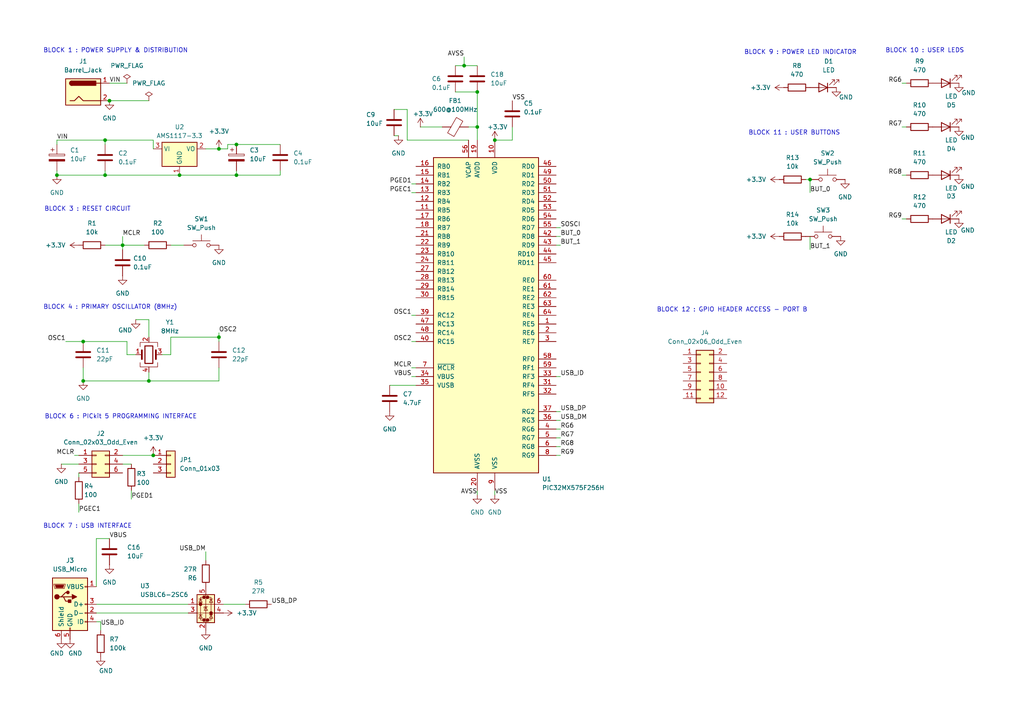
<source format=kicad_sch>
(kicad_sch (version 20250114) (generator "eeschema") (generator_version "9.0")
  (paper "A4")
  (lib_symbols
    (symbol "Connector:Barrel_Jack" (pin_names (offset 1.016))
      (property "Reference" "J" (at 0 5.334 0))
      (property "Value" "Barrel_Jack" (at 0 -5.08 0))
      (symbol "Barrel_Jack_0_1"
        (rectangle (start -5.08 3.81) (end 5.08 -3.81) (stroke (width 0.254)) (fill (type background)))
        (polyline (pts (xy -3.81 -2.54) (xy -2.54 -2.54) (xy -1.27 -1.27) (xy 0 -2.54) (xy 2.54 -2.54) (xy 5.08 -2.54)) (stroke (width 0.254)))
        (arc (start -3.302 1.905) (mid -3.9343 2.54) (end -3.302 3.175) (stroke (width 0.254)))
        (arc (start -3.302 1.905) (mid -3.9343 2.54) (end -3.302 3.175) (stroke (width 0.254)) (fill (type outline)))
        (rectangle (start 3.683 3.175) (end -3.302 1.905) (stroke (width 0.254)) (fill (type outline)))
        (polyline (pts (xy 5.08 2.54) (xy 3.81 2.54)) (stroke (width 0.254)))
      )
      (symbol "Barrel_Jack_1_1"
        (pin passive line (at 7.62 2.54 180) (length 2.54) (name "~") (number "1"))
        (pin passive line (at 7.62 -2.54 180) (length 2.54) (name "~") (number "2"))
      )
    )
    (symbol "Connector:USB_B_Micro" (pin_names (offset 1.016))
      (property "Reference" "J" (at -5.08 11.43 0))
      (property "Value" "USB_B_Micro" (at -5.08 8.89 0))
      (symbol "USB_B_Micro_0_1"
        (rectangle (start -5.08 -7.62) (end 5.08 7.62) (stroke (width 0.254)) (fill (type background)))
        (polyline (pts (xy -4.699 5.842) (xy -4.699 5.588) (xy -4.445 4.826) (xy -4.445 4.572) (xy -1.651 4.572) (xy -1.651 4.826) (xy -1.397 5.588) (xy -1.397 5.842) (xy -4.699 5.842)))
        (polyline (pts (xy -4.318 5.588) (xy -1.778 5.588) (xy -2.032 4.826) (xy -4.064 4.826) (xy -4.318 5.588)) (fill (type outline)))
        (circle (center -3.81 2.159) (radius 0.635) (stroke (width 0.254)) (fill (type outline)))
        (polyline (pts (xy -3.175 2.159) (xy -2.54 2.159) (xy -1.27 3.429) (xy -0.635 3.429)) (stroke (width 0.254)))
        (polyline (pts (xy -2.54 2.159) (xy -1.905 2.159) (xy -1.27 0.889) (xy 0 0.889)) (stroke (width 0.254)))
        (polyline (pts (xy -1.905 2.159) (xy 0.635 2.159)) (stroke (width 0.254)))
        (circle (center -0.635 3.429) (radius 0.381) (stroke (width 0.254)) (fill (type outline)))
        (rectangle (start -0.127 -7.62) (end 0.127 -6.858))
        (rectangle (start 0.254 1.27) (end -0.508 0.508) (stroke (width 0.254)) (fill (type outline)))
        (polyline (pts (xy 0.635 2.794) (xy 0.635 1.524) (xy 1.905 2.159) (xy 0.635 2.794)) (stroke (width 0.254)) (fill (type outline)))
        (rectangle (start 5.08 4.953) (end 4.318 5.207))
        (rectangle (start 5.08 -0.127) (end 4.318 0.127))
        (rectangle (start 5.08 -2.667) (end 4.318 -2.413))
        (rectangle (start 5.08 -5.207) (end 4.318 -4.953))
      )
      (symbol "USB_B_Micro_1_1"
        (pin passive line (at -2.54 -10.16 90) (length 2.54) (name "Shield") (number "6"))
        (pin power_out line (at 0 -10.16 90) (length 2.54) (name "GND") (number "5"))
        (pin power_out line (at 7.62 5.08 180) (length 2.54) (name "VBUS") (number "1"))
        (pin bidirectional line (at 7.62 0 180) (length 2.54) (name "D+") (number "3"))
        (pin bidirectional line (at 7.62 -2.54 180) (length 2.54) (name "D-") (number "2"))
        (pin passive line (at 7.62 -5.08 180) (length 2.54) (name "ID") (number "4"))
      )
    )
    (symbol "Connector_Generic:Conn_01x03" (pin_names (offset 1.016) (hide yes))
      (property "Reference" "J" (at 0 5.08 0))
      (property "Value" "Conn_01x03" (at 0 -5.08 0))
      (symbol "Conn_01x03_1_1"
        (rectangle (start -1.27 3.81) (end 1.27 -3.81) (stroke (width 0.254)) (fill (type background)))
        (rectangle (start -1.27 2.667) (end 0 2.413) (stroke (width 0.1524)))
        (rectangle (start -1.27 0.127) (end 0 -0.127) (stroke (width 0.1524)))
        (rectangle (start -1.27 -2.413) (end 0 -2.667) (stroke (width 0.1524)))
        (pin passive line (at -5.08 2.54 0) (length 3.81) (name "Pin_1") (number "1"))
        (pin passive line (at -5.08 0 0) (length 3.81) (name "Pin_2") (number "2"))
        (pin passive line (at -5.08 -2.54 0) (length 3.81) (name "Pin_3") (number "3"))
      )
    )
    (symbol "Connector_Generic:Conn_02x03_Odd_Even" (pin_names (offset 1.016) (hide yes))
      (property "Reference" "J" (at 1.27 5.08 0))
      (property "Value" "Conn_02x03_Odd_Even" (at 1.27 -5.08 0))
      (symbol "Conn_02x03_Odd_Even_1_1"
        (rectangle (start -1.27 3.81) (end 3.81 -3.81) (stroke (width 0.254)) (fill (type background)))
        (rectangle (start -1.27 2.667) (end 0 2.413) (stroke (width 0.1524)))
        (rectangle (start -1.27 0.127) (end 0 -0.127) (stroke (width 0.1524)))
        (rectangle (start -1.27 -2.413) (end 0 -2.667) (stroke (width 0.1524)))
        (rectangle (start 3.81 2.667) (end 2.54 2.413) (stroke (width 0.1524)))
        (rectangle (start 3.81 0.127) (end 2.54 -0.127) (stroke (width 0.1524)))
        (rectangle (start 3.81 -2.413) (end 2.54 -2.667) (stroke (width 0.1524)))
        (pin passive line (at -5.08 2.54 0) (length 3.81) (name "Pin_1") (number "1"))
        (pin passive line (at -5.08 0 0) (length 3.81) (name "Pin_3") (number "3"))
        (pin passive line (at -5.08 -2.54 0) (length 3.81) (name "Pin_5") (number "5"))
        (pin passive line (at 7.62 2.54 180) (length 3.81) (name "Pin_2") (number "2"))
        (pin passive line (at 7.62 0 180) (length 3.81) (name "Pin_4") (number "4"))
        (pin passive line (at 7.62 -2.54 180) (length 3.81) (name "Pin_6") (number "6"))
      )
    )
    (symbol "Connector_Generic:Conn_02x06_Odd_Even" (pin_names (offset 1.016) (hide yes))
      (property "Reference" "J" (at 1.27 7.62 0))
      (property "Value" "Conn_02x06_Odd_Even" (at 1.27 -10.16 0))
      (symbol "Conn_02x06_Odd_Even_1_1"
        (rectangle (start -1.27 6.35) (end 3.81 -8.89) (stroke (width 0.254)) (fill (type background)))
        (rectangle (start -1.27 5.207) (end 0 4.953) (stroke (width 0.1524)))
        (rectangle (start -1.27 2.667) (end 0 2.413) (stroke (width 0.1524)))
        (rectangle (start -1.27 0.127) (end 0 -0.127) (stroke (width 0.1524)))
        (rectangle (start -1.27 -2.413) (end 0 -2.667) (stroke (width 0.1524)))
        (rectangle (start -1.27 -4.953) (end 0 -5.207) (stroke (width 0.1524)))
        (rectangle (start -1.27 -7.493) (end 0 -7.747) (stroke (width 0.1524)))
        (rectangle (start 3.81 5.207) (end 2.54 4.953) (stroke (width 0.1524)))
        (rectangle (start 3.81 2.667) (end 2.54 2.413) (stroke (width 0.1524)))
        (rectangle (start 3.81 0.127) (end 2.54 -0.127) (stroke (width 0.1524)))
        (rectangle (start 3.81 -2.413) (end 2.54 -2.667) (stroke (width 0.1524)))
        (rectangle (start 3.81 -4.953) (end 2.54 -5.207) (stroke (width 0.1524)))
        (rectangle (start 3.81 -7.493) (end 2.54 -7.747) (stroke (width 0.1524)))
        (pin passive line (at -5.08 5.08 0) (length 3.81) (name "Pin_1") (number "1"))
        (pin passive line (at -5.08 2.54 0) (length 3.81) (name "Pin_3") (number "3"))
        (pin passive line (at -5.08 0 0) (length 3.81) (name "Pin_5") (number "5"))
        (pin passive line (at -5.08 -2.54 0) (length 3.81) (name "Pin_7") (number "7"))
        (pin passive line (at -5.08 -5.08 0) (length 3.81) (name "Pin_9") (number "9"))
        (pin passive line (at -5.08 -7.62 0) (length 3.81) (name "Pin_11") (number "11"))
        (pin passive line (at 7.62 5.08 180) (length 3.81) (name "Pin_2") (number "2"))
        (pin passive line (at 7.62 2.54 180) (length 3.81) (name "Pin_4") (number "4"))
        (pin passive line (at 7.62 0 180) (length 3.81) (name "Pin_6") (number "6"))
        (pin passive line (at 7.62 -2.54 180) (length 3.81) (name "Pin_8") (number "8"))
        (pin passive line (at 7.62 -5.08 180) (length 3.81) (name "Pin_10") (number "10"))
        (pin passive line (at 7.62 -7.62 180) (length 3.81) (name "Pin_12") (number "12"))
      )
    )
    (symbol "Device:C" (pin_numbers (hide yes)) (pin_names (offset 0.254))
      (property "Reference" "C" (at 0.635 2.54 0))
      (property "Value" "C" (at 0.635 -2.54 0))
      (symbol "C_0_1"
        (polyline (pts (xy -2.032 0.762) (xy 2.032 0.762)) (stroke (width 0.508)))
        (polyline (pts (xy -2.032 -0.762) (xy 2.032 -0.762)) (stroke (width 0.508)))
      )
      (symbol "C_1_1"
        (pin passive line (at 0 3.81 270) (length 2.794) (name "~") (number "1"))
        (pin passive line (at 0 -3.81 90) (length 2.794) (name "~") (number "2"))
      )
    )
    (symbol "Device:C_Polarized" (pin_numbers (hide yes)) (pin_names (offset 0.254))
      (property "Reference" "C" (at 0.635 2.54 0))
      (property "Value" "C_Polarized" (at 0.635 -2.54 0))
      (symbol "C_Polarized_0_1"
        (rectangle (start -2.286 0.508) (end 2.286 1.016))
        (polyline (pts (xy -1.778 2.286) (xy -0.762 2.286)))
        (polyline (pts (xy -1.27 2.794) (xy -1.27 1.778)))
        (rectangle (start 2.286 -0.508) (end -2.286 -1.016) (fill (type outline)))
      )
      (symbol "C_Polarized_1_1"
        (pin passive line (at 0 3.81 270) (length 2.794) (name "~") (number "1"))
        (pin passive line (at 0 -3.81 90) (length 2.794) (name "~") (number "2"))
      )
    )
    (symbol "Device:Crystal_GND24" (pin_names (offset 1.016) (hide yes))
      (property "Reference" "Y" (at 3.175 5.08 0))
      (property "Value" "Crystal_GND24" (at 3.175 3.175 0))
      (symbol "Crystal_GND24_0_1"
        (polyline (pts (xy -2.54 2.286) (xy -2.54 3.556) (xy 2.54 3.556) (xy 2.54 2.286)))
        (polyline (pts (xy -2.54 0) (xy -2.032 0)))
        (polyline (pts (xy -2.54 -2.286) (xy -2.54 -3.556) (xy 2.54 -3.556) (xy 2.54 -2.286)))
        (polyline (pts (xy -2.032 -1.27) (xy -2.032 1.27)) (stroke (width 0.508)))
        (rectangle (start -1.143 2.54) (end 1.143 -2.54) (stroke (width 0.3048)))
        (polyline (pts (xy 0 3.556) (xy 0 3.81)))
        (polyline (pts (xy 0 -3.81) (xy 0 -3.556)))
        (polyline (pts (xy 2.032 0) (xy 2.54 0)))
        (polyline (pts (xy 2.032 -1.27) (xy 2.032 1.27)) (stroke (width 0.508)))
      )
      (symbol "Crystal_GND24_1_1"
        (pin passive line (at -3.81 0 0) (length 1.27) (name "1") (number "1"))
        (pin passive line (at 0 5.08 270) (length 1.27) (name "2") (number "2"))
        (pin passive line (at 0 -5.08 90) (length 1.27) (name "4") (number "4"))
        (pin passive line (at 3.81 0 180) (length 1.27) (name "3") (number "3"))
      )
    )
    (symbol "Device:FerriteBead" (pin_numbers (hide yes)) (pin_names (offset 0))
      (property "Reference" "FB" (at -3.81 0.635 90))
      (property "Value" "FerriteBead" (at 3.81 0 90))
      (symbol "FerriteBead_0_1"
        (polyline (pts (xy -2.7686 0.4064) (xy -1.7018 2.2606) (xy 2.7686 -0.3048) (xy 1.6764 -2.159) (xy -2.7686 0.4064)))
        (polyline (pts (xy 0 1.27) (xy 0 1.2954)))
        (polyline (pts (xy 0 -1.27) (xy 0 -1.2192)))
      )
      (symbol "FerriteBead_1_1"
        (pin passive line (at 0 3.81 270) (length 2.54) (name "~") (number "1"))
        (pin passive line (at 0 -3.81 90) (length 2.54) (name "~") (number "2"))
      )
    )
    (symbol "Device:LED" (pin_numbers (hide yes)) (pin_names (offset 1.016) (hide yes))
      (property "Reference" "D" (at 0 2.54 0))
      (property "Value" "LED" (at 0 -2.54 0))
      (symbol "LED_0_1"
        (polyline (pts (xy -3.048 -0.762) (xy -4.572 -2.286) (xy -3.81 -2.286) (xy -4.572 -2.286) (xy -4.572 -1.524)))
        (polyline (pts (xy -1.778 -0.762) (xy -3.302 -2.286) (xy -2.54 -2.286) (xy -3.302 -2.286) (xy -3.302 -1.524)))
        (polyline (pts (xy -1.27 0) (xy 1.27 0)))
        (polyline (pts (xy -1.27 -1.27) (xy -1.27 1.27)) (stroke (width 0.254)))
        (polyline (pts (xy 1.27 -1.27) (xy 1.27 1.27) (xy -1.27 0) (xy 1.27 -1.27)) (stroke (width 0.254)))
      )
      (symbol "LED_1_1"
        (pin passive line (at -3.81 0 0) (length 2.54) (name "K") (number "1"))
        (pin passive line (at 3.81 0 180) (length 2.54) (name "A") (number "2"))
      )
    )
    (symbol "Device:R" (pin_numbers (hide yes)) (pin_names (offset 0))
      (property "Reference" "R" (at 2.032 0 90))
      (property "Value" "R" (at 0 0 90))
      (symbol "R_0_1"
        (rectangle (start -1.016 -2.54) (end 1.016 2.54) (stroke (width 0.254)))
      )
      (symbol "R_1_1"
        (pin passive line (at 0 3.81 270) (length 1.27) (name "~") (number "1"))
        (pin passive line (at 0 -3.81 90) (length 1.27) (name "~") (number "2"))
      )
    )
    (symbol "MCU_Microchip_PIC32:PIC32MX575F256H" (pin_names (offset 1.016))
      (property "Reference" "U" (at 6.35 50.8 0))
      (property "Value" "PIC32MX575F256H" (at 21.59 48.26 0))
      (symbol "PIC32MX575F256H_0_1"
        (rectangle (start -15.24 45.72) (end 15.24 -45.72) (stroke (width 0.254)) (fill (type background)))
      )
      (symbol "PIC32MX575F256H_1_1"
        (pin bidirectional line (at -20.32 43.18 0) (length 5.08) (name "RB0") (number "16"))
        (pin bidirectional line (at -20.32 40.64 0) (length 5.08) (name "RB1") (number "15"))
        (pin bidirectional line (at -20.32 38.1 0) (length 5.08) (name "RB2") (number "14"))
        (pin bidirectional line (at -20.32 35.56 0) (length 5.08) (name "RB3") (number "13"))
        (pin bidirectional line (at -20.32 33.02 0) (length 5.08) (name "RB4") (number "12"))
        (pin bidirectional line (at -20.32 30.48 0) (length 5.08) (name "RB5") (number "11"))
        (pin bidirectional line (at -20.32 27.94 0) (length 5.08) (name "RB6") (number "17"))
        (pin bidirectional line (at -20.32 25.4 0) (length 5.08) (name "RB7") (number "18"))
        (pin bidirectional line (at -20.32 22.86 0) (length 5.08) (name "RB8") (number "21"))
        (pin bidirectional line (at -20.32 20.32 0) (length 5.08) (name "RB9") (number "22"))
        (pin bidirectional line (at -20.32 17.78 0) (length 5.08) (name "RB10") (number "23"))
        (pin bidirectional line (at -20.32 15.24 0) (length 5.08) (name "RB11") (number "24"))
        (pin bidirectional line (at -20.32 12.7 0) (length 5.08) (name "RB12") (number "27"))
        (pin bidirectional line (at -20.32 10.16 0) (length 5.08) (name "RB13") (number "28"))
        (pin bidirectional line (at -20.32 7.62 0) (length 5.08) (name "RB14") (number "29"))
        (pin bidirectional line (at -20.32 5.08 0) (length 5.08) (name "RB15") (number "30"))
        (pin bidirectional line (at -20.32 0 0) (length 5.08) (name "RC12") (number "39"))
        (pin bidirectional line (at -20.32 -2.54 0) (length 5.08) (name "RC13") (number "47"))
        (pin bidirectional line (at -20.32 -5.08 0) (length 5.08) (name "RC14") (number "48"))
        (pin bidirectional line (at -20.32 -7.62 0) (length 5.08) (name "RC15") (number "40"))
        (pin input line (at -20.32 -15.24 0) (length 5.08) (name "~{MCLR}") (number "7"))
        (pin input line (at -20.32 -17.78 0) (length 5.08) (name "VBUS") (number "34"))
        (pin power_in line (at -20.32 -20.32 0) (length 5.08) (name "VUSB") (number "35"))
        (pin power_out line (at -5.08 50.8 270) (length 5.08) (name "VCAP") (number "56"))
        (pin power_in line (at -2.54 50.8 270) (length 5.08) (name "AVDD") (number "19"))
        (pin power_in line (at -2.54 -50.8 90) (length 5.08) (name "AVSS") (number "20"))
        (pin power_in line (at 2.54 50.8 270) (length 5.08) (name "VDD") (number "10"))
        (pin passive line (at 2.54 50.8 270) (length 5.08) (hide yes) (name "VDD") (number "26"))
        (pin passive line (at 2.54 50.8 270) (length 5.08) (hide yes) (name "VDD") (number "38"))
        (pin passive line (at 2.54 50.8 270) (length 5.08) (hide yes) (name "VDD") (number "57"))
        (pin passive line (at 2.54 -50.8 90) (length 5.08) (hide yes) (name "VSS") (number "25"))
        (pin passive line (at 2.54 -50.8 90) (length 5.08) (hide yes) (name "VSS") (number "41"))
        (pin power_in line (at 2.54 -50.8 90) (length 5.08) (name "VSS") (number "9"))
        (pin bidirectional line (at 20.32 43.18 180) (length 5.08) (name "RD0") (number "46"))
        (pin bidirectional line (at 20.32 40.64 180) (length 5.08) (name "RD1") (number "49"))
        (pin bidirectional line (at 20.32 38.1 180) (length 5.08) (name "RD2") (number "50"))
        (pin bidirectional line (at 20.32 35.56 180) (length 5.08) (name "RD3") (number "51"))
        (pin bidirectional line (at 20.32 33.02 180) (length 5.08) (name "RD4") (number "52"))
        (pin bidirectional line (at 20.32 30.48 180) (length 5.08) (name "RD5") (number "53"))
        (pin bidirectional line (at 20.32 27.94 180) (length 5.08) (name "RD6") (number "54"))
        (pin bidirectional line (at 20.32 25.4 180) (length 5.08) (name "RD7") (number "55"))
        (pin bidirectional line (at 20.32 22.86 180) (length 5.08) (name "RD8") (number "42"))
        (pin bidirectional line (at 20.32 20.32 180) (length 5.08) (name "RD9") (number "43"))
        (pin bidirectional line (at 20.32 17.78 180) (length 5.08) (name "RD10") (number "44"))
        (pin bidirectional line (at 20.32 15.24 180) (length 5.08) (name "RD11") (number "45"))
        (pin bidirectional line (at 20.32 10.16 180) (length 5.08) (name "RE0") (number "60"))
        (pin bidirectional line (at 20.32 7.62 180) (length 5.08) (name "RE1") (number "61"))
        (pin bidirectional line (at 20.32 5.08 180) (length 5.08) (name "RE2") (number "62"))
        (pin bidirectional line (at 20.32 2.54 180) (length 5.08) (name "RE3") (number "63"))
        (pin bidirectional line (at 20.32 0 180) (length 5.08) (name "RE4") (number "64"))
        (pin bidirectional line (at 20.32 -2.54 180) (length 5.08) (name "RE5") (number "1"))
        (pin bidirectional line (at 20.32 -5.08 180) (length 5.08) (name "RE6") (number "2"))
        (pin bidirectional line (at 20.32 -7.62 180) (length 5.08) (name "RE7") (number "3"))
        (pin bidirectional line (at 20.32 -12.7 180) (length 5.08) (name "RF0") (number "58"))
        (pin bidirectional line (at 20.32 -15.24 180) (length 5.08) (name "RF1") (number "59"))
        (pin bidirectional line (at 20.32 -17.78 180) (length 5.08) (name "RF3") (number "33"))
        (pin bidirectional line (at 20.32 -20.32 180) (length 5.08) (name "RF4") (number "31"))
        (pin bidirectional line (at 20.32 -22.86 180) (length 5.08) (name "RF5") (number "32"))
        (pin bidirectional line (at 20.32 -27.94 180) (length 5.08) (name "RG2") (number "37"))
        (pin bidirectional line (at 20.32 -30.48 180) (length 5.08) (name "RG3") (number "36"))
        (pin bidirectional line (at 20.32 -33.02 180) (length 5.08) (name "RG6") (number "4"))
        (pin bidirectional line (at 20.32 -35.56 180) (length 5.08) (name "RG7") (number "5"))
        (pin bidirectional line (at 20.32 -38.1 180) (length 5.08) (name "RG8") (number "6"))
        (pin bidirectional line (at 20.32 -40.64 180) (length 5.08) (name "RG9") (number "8"))
      )
    )
    (symbol "Power_Protection:USBLC6-2SC6" (pin_names (hide yes))
      (property "Reference" "U" (at 0.635 5.715 0))
      (property "Value" "USBLC6-2SC6" (at 0.635 3.81 0))
      (symbol "USBLC6-2SC6_0_0"
        (circle (center -1.524 0) (radius 0.0001) (stroke (width 0.508)))
        (circle (center -0.508 2.032) (radius 0.0001) (stroke (width 0.508)))
        (circle (center -0.508 -4.572) (radius 0.0001) (stroke (width 0.508)))
        (circle (center 0.508 2.032) (radius 0.0001) (stroke (width 0.508)))
        (circle (center 0.508 -4.572) (radius 0.0001) (stroke (width 0.508)))
        (circle (center 1.524 -2.54) (radius 0.0001) (stroke (width 0.508)))
      )
      (symbol "USBLC6-2SC6_0_1"
        (polyline (pts (xy -2.54 0) (xy 2.54 0)))
        (polyline (pts (xy -2.54 -2.54) (xy 2.54 -2.54)))
        (polyline (pts (xy -2.032 0.508) (xy -1.016 0.508) (xy -1.524 1.524) (xy -2.032 0.508)))
        (polyline (pts (xy -2.032 -3.048) (xy -1.016 -3.048)))
        (polyline (pts (xy -1.016 1.524) (xy -2.032 1.524)))
        (polyline (pts (xy -1.016 -4.064) (xy -2.032 -4.064) (xy -1.524 -3.048) (xy -1.016 -4.064)))
        (polyline (pts (xy -0.508 -1.143) (xy -0.508 -0.762) (xy 0.508 -0.762)))
        (polyline (pts (xy 0 2.54) (xy -0.508 2.032) (xy 0.508 2.032) (xy 0 1.524) (xy 0 -4.064) (xy -0.508 -4.572) (xy 0.508 -4.572) (xy 0 -5.08)))
        (polyline (pts (xy 0.508 -1.778) (xy -0.508 -1.778) (xy 0 -0.762) (xy 0.508 -1.778)))
        (polyline (pts (xy 1.016 1.524) (xy 2.032 1.524)))
        (polyline (pts (xy 1.016 -3.048) (xy 2.032 -3.048)))
        (polyline (pts (xy 2.032 0.508) (xy 1.016 0.508) (xy 1.524 1.524) (xy 2.032 0.508)))
        (polyline (pts (xy 2.032 -4.064) (xy 1.016 -4.064) (xy 1.524 -3.048) (xy 2.032 -4.064)))
      )
      (symbol "USBLC6-2SC6_1_1"
        (rectangle (start -2.54 2.794) (end 2.54 -5.334) (stroke (width 0.254)) (fill (type background)))
        (polyline (pts (xy -0.508 2.032) (xy -1.524 2.032) (xy -1.524 -4.572) (xy -0.508 -4.572)))
        (polyline (pts (xy 0.508 -4.572) (xy 1.524 -4.572) (xy 1.524 2.032) (xy 0.508 2.032)))
        (pin passive line (at -5.08 0 0) (length 2.54) (name "I/O1") (number "1"))
        (pin passive line (at -5.08 -2.54 0) (length 2.54) (name "I/O2") (number "3"))
        (pin passive line (at 0 5.08 270) (length 2.54) (name "VBUS") (number "5"))
        (pin passive line (at 0 -7.62 90) (length 2.54) (name "GND") (number "2"))
        (pin passive line (at 5.08 0 180) (length 2.54) (name "I/O1") (number "6"))
        (pin passive line (at 5.08 -2.54 180) (length 2.54) (name "I/O2") (number "4"))
      )
    )
    (symbol "Regulator_Linear:AMS1117-3.3"
      (property "Reference" "U" (at -3.81 3.175 0))
      (property "Value" "AMS1117-3.3" (at 0 3.175 0))
      (symbol "AMS1117-3.3_0_1"
        (rectangle (start -5.08 -5.08) (end 5.08 1.905) (stroke (width 0.254)) (fill (type background)))
      )
      (symbol "AMS1117-3.3_1_1"
        (pin power_in line (at -7.62 0 0) (length 2.54) (name "VI") (number "3"))
        (pin power_in line (at 0 -7.62 90) (length 2.54) (name "GND") (number "1"))
        (pin power_out line (at 7.62 0 180) (length 2.54) (name "VO") (number "2"))
      )
    )
    (symbol "Switch:SW_Push" (pin_numbers (hide yes)) (pin_names (offset 1.016) (hide yes))
      (property "Reference" "SW" (at 1.27 2.54 0))
      (property "Value" "SW_Push" (at 0 -1.524 0))
      (symbol "SW_Push_0_1"
        (circle (center -2.032 0) (radius 0.508))
        (polyline (pts (xy 0 1.27) (xy 0 3.048)))
        (circle (center 2.032 0) (radius 0.508))
        (polyline (pts (xy 2.54 1.27) (xy -2.54 1.27)))
        (pin passive line (at -5.08 0 0) (length 2.54) (name "1") (number "1"))
        (pin passive line (at 5.08 0 180) (length 2.54) (name "2") (number "2"))
      )
    )
    (symbol "power:+3.3V" (power) (pin_numbers (hide yes)) (pin_names (offset 0) (hide yes))
      (property "Value" "+3.3V" (at 0 3.556 0))
      (symbol "+3.3V_0_1"
        (polyline (pts (xy -0.762 1.27) (xy 0 2.54)))
        (polyline (pts (xy 0 2.54) (xy 0.762 1.27)))
        (polyline (pts (xy 0 0) (xy 0 2.54)))
      )
      (symbol "+3.3V_1_1"
        (pin power_in line (at 0 0 90) (length 0) (name "~") (number "1"))
      )
    )
    (symbol "power:GND" (power) (pin_numbers (hide yes)) (pin_names (offset 0) (hide yes))
      (property "Value" "GND" (at 0 -3.81 0))
      (symbol "GND_0_1"
        (polyline (pts (xy 0 0) (xy 0 -1.27) (xy 1.27 -1.27) (xy 0 -2.54) (xy -1.27 -1.27) (xy 0 -1.27)))
      )
      (symbol "GND_1_1"
        (pin power_in line (at 0 0 270) (length 0) (name "~") (number "1"))
      )
    )
    (symbol "power:PWR_FLAG" (power) (pin_numbers (hide yes)) (pin_names (offset 0) (hide yes))
      (property "Value" "PWR_FLAG" (at 0 3.81 0))
      (symbol "PWR_FLAG_0_0"
        (pin power_out line (at 0 0 90) (length 0) (name "~") (number "1"))
      )
      (symbol "PWR_FLAG_0_1"
        (polyline (pts (xy 0 0) (xy 0 1.27) (xy -1.016 1.905) (xy 0 2.54) (xy 1.016 1.905) (xy 0 1.27)))
      )
    )
  )
  (text "BLOCK 1 : POWER SUPPLY & DISTRIBUTION" (at 33.528 14.732 0) (effects (font (size 1.27 1.27))))
  (text "BLOCK 10 : USER LEDS" (at 268.224 14.732 0) (effects (font (size 1.27 1.27))))
  (text "BLOCK 6 : PICkit 5 PROGRAMMING INTERFACE" (at 35.052 120.904 0) (effects (font (size 1.27 1.27))))
  (text "BLOCK 9 : POWER LED INDICATOR" (at 232.156 15.24 0) (effects (font (size 1.27 1.27))))
  (text "BLOCK 3 : RESET CIRCUIT" (at 25.4 60.706 0) (effects (font (size 1.27 1.27))))
  (text "BLOCK 11 : USER BUTTONS\n" (at 230.378 38.608 0) (effects (font (size 1.27 1.27))))
  (text "BLOCK 4 : PRIMARY OSCILLATOR (8MHz)" (at 32.004 89.154 0) (effects (font (size 1.27 1.27))))
  (text "BLOCK 12 : GPIO HEADER ACCESS - PORT B" (at 212.344 89.916 0) (effects (font (size 1.27 1.27))))
  (text "BLOCK 7 : USB INTERFACE" (at 25.4 152.654 0) (effects (font (size 1.27 1.27))))
  (junction (at 44.45 132.08))
  (junction (at 16.51 50.8))
  (junction (at 31.75 29.21))
  (junction (at 63.5 97.79))
  (junction (at 63.5 43.18))
  (junction (at 35.56 71.12))
  (junction (at 134.62 19.05))
  (junction (at 68.58 41.91))
  (junction (at 143.51 40.64))
  (junction (at 30.48 40.64))
  (junction (at 24.13 110.49))
  (junction (at 138.43 36.83))
  (junction (at 68.58 50.8))
  (junction (at 30.48 50.8))
  (junction (at 43.18 110.49))
  (junction (at 24.13 99.06))
  (junction (at 234.95 52.07))
  (junction (at 52.07 50.8))
  (junction (at 138.43 26.67))
  (wire (pts (xy 119.38 109.22) (xy 120.65 109.22)))
  (wire (pts (xy 49.53 102.87) (xy 46.99 102.87)))
  (wire (pts (xy 59.69 43.18) (xy 63.5 43.18)))
  (wire (pts (xy 30.48 71.12) (xy 35.56 71.12)))
  (wire (pts (xy 135.89 36.83) (xy 138.43 36.83)))
  (wire (pts (xy 27.94 156.21) (xy 27.94 170.18)))
  (wire (pts (xy 39.37 92.71) (xy 43.18 92.71)))
  (wire (pts (xy 114.3 39.37) (xy 115.57 39.37)))
  (wire (pts (xy 121.92 36.83) (xy 128.27 36.83)))
  (wire (pts (xy 19.05 99.06) (xy 24.13 99.06)))
  (wire (pts (xy 24.13 110.49) (xy 43.18 110.49)))
  (wire (pts (xy 22.86 146.05) (xy 22.86 148.59)))
  (wire (pts (xy 21.59 132.08) (xy 22.86 132.08)))
  (wire (pts (xy 66.04 41.91) (xy 66.04 43.18)))
  (wire (pts (xy 27.94 175.26) (xy 54.61 175.26)))
  (wire (pts (xy 22.86 137.16) (xy 22.86 138.43)))
  (wire (pts (xy 66.04 43.18) (xy 63.5 43.18)))
  (wire (pts (xy 119.38 99.06) (xy 120.65 99.06)))
  (wire (pts (xy 35.56 68.58) (xy 35.56 71.12)))
  (wire (pts (xy 43.18 92.71) (xy 43.18 97.79)))
  (wire (pts (xy 30.48 40.64) (xy 30.48 41.91)))
  (wire (pts (xy 138.43 36.83) (xy 138.43 40.64)))
  (wire (pts (xy 27.94 177.8) (xy 54.61 177.8)))
  (wire (pts (xy 17.78 134.62) (xy 22.86 134.62)))
  (wire (pts (xy 135.89 40.64) (xy 118.11 40.64)))
  (wire (pts (xy 143.51 40.64) (xy 148.59 40.64)))
  (wire (pts (xy 119.38 91.44) (xy 120.65 91.44)))
  (wire (pts (xy 113.03 111.76) (xy 120.65 111.76)))
  (wire (pts (xy 118.11 40.64) (xy 118.11 31.75)))
  (wire (pts (xy 161.29 66.04) (xy 162.56 66.04)))
  (wire (pts (xy 68.58 49.53) (xy 68.58 50.8)))
  (wire (pts (xy 161.29 121.92) (xy 162.56 121.92)))
  (wire (pts (xy 27.94 156.21) (xy 31.75 156.21)))
  (wire (pts (xy 162.56 68.58) (xy 161.29 68.58)))
  (wire (pts (xy 16.51 40.64) (xy 30.48 40.64)))
  (wire (pts (xy 30.48 50.8) (xy 30.48 49.53)))
  (wire (pts (xy 161.29 109.22) (xy 162.56 109.22)))
  (wire (pts (xy 261.62 50.8) (xy 262.89 50.8)))
  (wire (pts (xy 261.62 63.5) (xy 262.89 63.5)))
  (wire (pts (xy 63.5 97.79) (xy 63.5 99.06)))
  (wire (pts (xy 234.95 52.07) (xy 233.68 52.07)))
  (wire (pts (xy 138.43 26.67) (xy 132.08 26.67)))
  (wire (pts (xy 49.53 97.79) (xy 63.5 97.79)))
  (wire (pts (xy 16.51 50.8) (xy 30.48 50.8)))
  (wire (pts (xy 36.83 99.06) (xy 24.13 99.06)))
  (wire (pts (xy 134.62 19.05) (xy 138.43 19.05)))
  (wire (pts (xy 234.95 55.88) (xy 234.95 52.07)))
  (wire (pts (xy 161.29 119.38) (xy 162.56 119.38)))
  (wire (pts (xy 81.28 49.53) (xy 81.28 50.8)))
  (wire (pts (xy 43.18 107.95) (xy 43.18 110.49)))
  (wire (pts (xy 52.07 50.8) (xy 68.58 50.8)))
  (wire (pts (xy 162.56 129.54) (xy 161.29 129.54)))
  (wire (pts (xy 148.59 36.83) (xy 148.59 40.64)))
  (wire (pts (xy 43.18 110.49) (xy 63.5 110.49)))
  (wire (pts (xy 68.58 41.91) (xy 66.04 41.91)))
  (wire (pts (xy 119.38 53.34) (xy 120.65 53.34)))
  (wire (pts (xy 35.56 134.62) (xy 38.1 134.62)))
  (wire (pts (xy 143.51 143.51) (xy 143.51 142.24)))
  (wire (pts (xy 49.53 97.79) (xy 49.53 102.87)))
  (wire (pts (xy 39.37 102.87) (xy 36.83 102.87)))
  (wire (pts (xy 63.5 97.79) (xy 63.5 96.52)))
  (wire (pts (xy 261.62 36.83) (xy 262.89 36.83)))
  (wire (pts (xy 132.08 19.05) (xy 134.62 19.05)))
  (wire (pts (xy 63.5 110.49) (xy 63.5 106.68)))
  (wire (pts (xy 29.21 180.34) (xy 27.94 180.34)))
  (wire (pts (xy 31.75 29.21) (xy 43.18 29.21)))
  (wire (pts (xy 162.56 127) (xy 161.29 127)))
  (wire (pts (xy 30.48 40.64) (xy 44.45 40.64)))
  (wire (pts (xy 38.1 142.24) (xy 38.1 144.78)))
  (wire (pts (xy 36.83 102.87) (xy 36.83 99.06)))
  (wire (pts (xy 119.38 106.68) (xy 120.65 106.68)))
  (wire (pts (xy 162.56 124.46) (xy 161.29 124.46)))
  (wire (pts (xy 31.75 24.13) (xy 36.83 24.13)))
  (wire (pts (xy 16.51 49.53) (xy 16.51 50.8)))
  (wire (pts (xy 118.11 31.75) (xy 114.3 31.75)))
  (wire (pts (xy 138.43 142.24) (xy 138.43 143.51)))
  (wire (pts (xy 49.53 71.12) (xy 53.34 71.12)))
  (wire (pts (xy 162.56 132.08) (xy 161.29 132.08)))
  (wire (pts (xy 64.77 175.26) (xy 71.12 175.26)))
  (wire (pts (xy 134.62 16.51) (xy 134.62 19.05)))
  (wire (pts (xy 29.21 180.34) (xy 29.21 182.88)))
  (wire (pts (xy 68.58 50.8) (xy 81.28 50.8)))
  (wire (pts (xy 234.95 68.58) (xy 234.95 72.39)))
  (wire (pts (xy 59.69 162.56) (xy 59.69 160.02)))
  (wire (pts (xy 119.38 55.88) (xy 120.65 55.88)))
  (wire (pts (xy 35.56 132.08) (xy 44.45 132.08)))
  (wire (pts (xy 261.62 24.13) (xy 262.89 24.13)))
  (wire (pts (xy 16.51 41.91) (xy 16.51 40.64)))
  (wire (pts (xy 162.56 71.12) (xy 161.29 71.12)))
  (wire (pts (xy 41.91 71.12) (xy 35.56 71.12)))
  (wire (pts (xy 44.45 43.18) (xy 44.45 40.64)))
  (wire (pts (xy 68.58 41.91) (xy 81.28 41.91)))
  (wire (pts (xy 24.13 106.68) (xy 24.13 110.49)))
  (wire (pts (xy 138.43 26.67) (xy 138.43 36.83)))
  (wire (pts (xy 35.56 72.39) (xy 35.56 71.12)))
  (wire (pts (xy 52.07 50.8) (xy 30.48 50.8)))
  (label "RG8" (at 162.56 129.54 0))
  (label "RG6" (at 162.56 124.46 0))
  (label "RG8" (at 261.62 50.8 180))
  (label "MCLR" (at 119.38 106.68 180))
  (label "OSC1" (at 19.05 99.06 180))
  (label "VBUS" (at 31.75 156.21 0))
  (label "RG7" (at 162.56 127 0))
  (label "VSS" (at 143.51 143.51 0))
  (label "VSS" (at 148.59 29.21 0))
  (label "PGEC1" (at 119.38 55.88 180))
  (label "USB_ID" (at 29.21 181.61 0))
  (label "USB_ID" (at 162.56 109.22 0))
  (label "OSC2" (at 119.38 99.06 180))
  (label "RG7" (at 261.62 36.83 180))
  (label "OSC1" (at 119.38 91.44 180))
  (label "VIN" (at 16.51 40.64 0))
  (label "BUT_1" (at 162.56 71.12 0))
  (label "MCLR" (at 35.56 68.58 0))
  (label "OSC2" (at 63.5 96.52 0))
  (label "MCLR" (at 21.59 132.08 180))
  (label "USB_DM" (at 162.56 121.92 0))
  (label "RG6" (at 261.62 24.13 180))
  (label "BUT_0" (at 234.95 55.88 0))
  (label "VBUS" (at 119.38 109.22 180))
  (label "USB_DP" (at 162.56 119.38 0))
  (label "RG9" (at 162.56 132.08 0))
  (label "PGED1" (at 38.1 144.78 0))
  (label "BUT_1" (at 234.95 72.39 0))
  (label "BUT_0" (at 162.56 68.58 0))
  (label "RG9" (at 261.62 63.5 180))
  (label "VIN" (at 31.75 24.13 0))
  (label "USB_DP" (at 78.74 175.26 0))
  (label "PGEC1" (at 22.86 148.59 0))
  (label "USB_DM" (at 59.69 160.02 180))
  (label "PGED1" (at 119.38 53.34 180))
  (label "SOSCI" (at 162.56 66.04 0))
  (label "AVSS" (at 138.43 143.51 180))
  (label "AVSS" (at 134.62 16.51 180))
  (symbol (lib_id "power:+3.3V") (at 121.92 36.83 0) (unit 1)
    (property "Reference" "#PWR04" (effects (hide yes)))
    (property "Value" "+3.3V" (at 122.682 33.02 0))
    (property "Description" "Power symbol creates a global label with name \"+3.3V\"" (effects (hide yes)))
  )
  (symbol (lib_id "Device:R") (at 26.67 71.12 90) (unit 1)
    (property "Reference" "R1" (at 26.67 64.77 90))
    (property "Value" "10k" (at 26.67 67.31 90))
    (property "Description" "Resistor" (effects (hide yes)))
  )
  (symbol (lib_id "power:GND") (at 20.32 185.42 0) (unit 1)
    (property "Reference" "#PWR016" (effects (hide yes)))
    (property "Value" "GND" (at 21.844 189.484 0))
    (property "Description" "Power symbol creates a global label with name \"GND\" , ground" (effects (hide yes)))
  )
  (symbol (lib_id "Device:R") (at 22.86 142.24 180) (unit 1)
    (property "Reference" "R4" (at 24.384 140.97 0) (effects (justify right)))
    (property "Value" "100" (at 24.384 143.51 0) (effects (justify right)))
    (property "Description" "Resistor" (effects (hide yes)))
  )
  (symbol (lib_id "Device:LED") (at 274.32 63.5 180) (unit 1)
    (property "Reference" "D2" (at 275.9075 69.85 0))
    (property "Value" "LED" (at 275.9075 67.31 0))
    (property "Description" "Light emitting diode" (effects (hide yes)))
    (property "Sim.Pins" "1=K 2=A" (effects (hide yes)))
  )
  (symbol (lib_id "power:+3.3V") (at 143.51 40.64 0) (unit 1)
    (property "Reference" "#PWR05" (effects (hide yes)))
    (property "Value" "+3.3V" (at 144.272 36.83 0))
    (property "Description" "Power symbol creates a global label with name \"+3.3V\"" (effects (hide yes)))
  )
  (symbol (lib_id "Device:LED") (at 274.32 24.13 180) (unit 1)
    (property "Reference" "D5" (at 275.9075 30.48 0))
    (property "Value" "LED" (at 275.9075 27.94 0))
    (property "Description" "Light emitting diode" (effects (hide yes)))
    (property "Sim.Pins" "1=K 2=A" (effects (hide yes)))
  )
  (symbol (lib_id "Device:C_Polarized") (at 16.51 45.72 0) (unit 1)
    (property "Reference" "C1" (at 20.32 43.5609 0) (effects (justify left)))
    (property "Value" "10uF" (at 20.32 46.1009 0) (effects (justify left)))
    (property "Description" "Polarized capacitor" (effects (hide yes)))
  )
  (symbol (lib_id "Device:R") (at 29.21 186.69 0) (unit 1)
    (property "Reference" "R7" (at 31.75 185.4199 0) (effects (justify left)))
    (property "Value" "100k" (at 31.75 187.9599 0) (effects (justify left)))
    (property "Description" "Resistor" (effects (hide yes)))
  )
  (symbol (lib_id "Switch:SW_Push") (at 58.42 71.12 0) (unit 1)
    (property "Reference" "SW1" (at 58.42 63.5 0))
    (property "Value" "SW_Push" (at 58.42 66.04 0))
    (property "Description" "Push button switch, generic, two pins" (effects (hide yes)))
  )
  (symbol (lib_id "Device:R") (at 59.69 166.37 180) (unit 1)
    (property "Reference" "R6" (at 57.15 167.6401 0) (effects (justify left)))
    (property "Value" "27R" (at 57.15 165.1001 0) (effects (justify left)))
    (property "Description" "Resistor" (effects (hide yes)))
  )
  (symbol (lib_id "Device:C") (at 148.59 33.02 0) (unit 1)
    (property "Reference" "C5" (at 151.892 29.972 0) (effects (justify left)))
    (property "Value" "0.1uF" (at 151.892 32.512 0) (effects (justify left)))
    (property "Description" "Unpolarized capacitor" (effects (hide yes)))
  )
  (symbol (lib_id "Device:C") (at 31.75 160.02 0) (unit 1)
    (property "Reference" "C16" (at 36.83 158.7499 0) (effects (justify left)))
    (property "Value" "10uF" (at 36.83 161.2899 0) (effects (justify left)))
    (property "Description" "Unpolarized capacitor" (effects (hide yes)))
  )
  (symbol (lib_id "Connector_Generic:Conn_02x03_Odd_Even") (at 27.94 134.62 0) (unit 1)
    (property "Reference" "J2" (at 29.21 125.73 0))
    (property "Value" "Conn_02x03_Odd_Even" (at 29.21 128.27 0))
    (property "Description" "Generic connector, double row, 02x03, odd/even pin numbering scheme (row 1 odd numbers, row 2 even numbers), script generated (kicad-library-utils/schlib/autogen/connector/)" (effects (hide yes)))
  )
  (symbol (lib_id "power:GND") (at 31.75 29.21 0) (unit 1)
    (property "Reference" "#PWR01" (effects (hide yes)))
    (property "Value" "GND" (at 31.75 34.29 0))
    (property "Description" "Power symbol creates a global label with name \"GND\" , ground" (effects (hide yes)))
  )
  (symbol (lib_id "Device:LED") (at 274.32 50.8 180) (unit 1)
    (property "Reference" "D3" (at 275.844 56.896 0))
    (property "Value" "LED" (at 275.9075 54.61 0))
    (property "Description" "Light emitting diode" (effects (hide yes)))
    (property "Sim.Pins" "1=K 2=A" (effects (hide yes)))
  )
  (symbol (lib_id "power:GND") (at 113.03 119.38 0) (unit 1)
    (property "Reference" "#PWR019" (effects (hide yes)))
    (property "Value" "GND" (at 113.03 124.46 0))
    (property "Description" "Power symbol creates a global label with name \"GND\" , ground" (effects (hide yes)))
  )
  (symbol (lib_id "Device:C") (at 113.03 115.57 0) (unit 1)
    (property "Reference" "C7" (at 116.84 114.2999 0) (effects (justify left)))
    (property "Value" "4.7uF" (at 116.84 116.8399 0) (effects (justify left)))
    (property "Description" "Unpolarized capacitor" (effects (hide yes)))
  )
  (symbol (lib_id "power:GND") (at 17.78 185.42 0) (unit 1)
    (property "Reference" "#PWR017" (effects (hide yes)))
    (property "Value" "GND" (at 16.51 189.484 0))
    (property "Description" "Power symbol creates a global label with name \"GND\" , ground" (effects (hide yes)))
  )
  (symbol (lib_id "Device:R") (at 74.93 175.26 90) (unit 1)
    (property "Reference" "R5" (at 74.93 168.91 90))
    (property "Value" "27R" (at 74.93 171.45 90))
    (property "Description" "Resistor" (effects (hide yes)))
  )
  (symbol (lib_id "power:GND") (at 24.13 110.49 0) (unit 1)
    (property "Reference" "#PWR010" (effects (hide yes)))
    (property "Value" "GND" (at 24.13 115.57 0))
    (property "Description" "Power symbol creates a global label with name \"GND\" , ground" (effects (hide yes)))
  )
  (symbol (lib_id "Device:C") (at 24.13 102.87 0) (unit 1)
    (property "Reference" "C11" (at 27.94 101.5999 0) (effects (justify left)))
    (property "Value" "22pF" (at 27.94 104.1399 0) (effects (justify left)))
    (property "Description" "Unpolarized capacitor" (effects (hide yes)))
  )
  (symbol (lib_id "Device:C") (at 35.56 76.2 0) (unit 1)
    (property "Reference" "C10" (at 38.608 74.93 0) (effects (justify left)))
    (property "Value" "0.1uF" (at 38.608 77.47 0) (effects (justify left)))
    (property "Description" "Unpolarized capacitor" (effects (hide yes)))
  )
  (symbol (lib_id "power:GND") (at 245.11 52.07 0) (unit 1)
    (property "Reference" "#PWR030" (effects (hide yes)))
    (property "Value" "GND" (at 245.11 57.15 0))
    (property "Description" "Power symbol creates a global label with name \"GND\" , ground" (effects (hide yes)))
  )
  (symbol (lib_id "MCU_Microchip_PIC32:PIC32MX575F256H") (at 140.97 91.44 0) (unit 1)
    (property "Reference" "U1" (at 157.226 138.938 0) (effects (justify left)))
    (property "Value" "PIC32MX575F256H" (at 157.226 141.478 0) (effects (justify left)))
    (property "Datasheet" "http://ww1.microchip.com/downloads/en/DeviceDoc/61156G.pdf" (effects (hide yes)))
    (property "Description" "32-bit Microcontrollers (64KB Flash and 16KB SRAM TQFP-64 QFN-64) USB, CAN and Ethernet" (effects (hide yes)))
  )
  (symbol (lib_id "power:+3.3V") (at 226.06 52.07 90) (unit 1)
    (property "Reference" "#PWR029" (effects (hide yes)))
    (property "Value" "+3.3V" (at 222.25 52.0699 90) (effects (justify left)))
    (property "Description" "Power symbol creates a global label with name \"+3.3V\"" (effects (hide yes)))
  )
  (symbol (lib_id "Device:Crystal_GND24") (at 43.18 102.87 0) (unit 1)
    (property "Reference" "Y1" (at 49.276 93.472 0))
    (property "Value" "8MHz" (at 49.276 96.012 0))
    (property "Description" "Four pin crystal, GND on pins 2 and 4" (effects (hide yes)))
  )
  (symbol (lib_id "Device:R") (at 266.7 24.13 90) (unit 1)
    (property "Reference" "R9" (at 266.7 17.78 90))
    (property "Value" "470" (at 266.7 20.32 90))
    (property "Description" "Resistor" (effects (hide yes)))
  )
  (symbol (lib_id "power:GND") (at 278.13 24.13 0) (unit 1)
    (property "Reference" "#PWR025" (effects (hide yes)))
    (property "Value" "GND" (at 280.924 26.924 0))
    (property "Description" "Power symbol creates a global label with name \"GND\" , ground" (effects (hide yes)))
  )
  (symbol (lib_id "Device:C") (at 30.48 45.72 0) (unit 1)
    (property "Reference" "C2" (at 34.29 44.4499 0) (effects (justify left)))
    (property "Value" "0.1uF" (at 34.29 46.9899 0) (effects (justify left)))
    (property "Description" "Unpolarized capacitor" (effects (hide yes)))
  )
  (symbol (lib_id "Switch:SW_Push") (at 240.03 52.07 0) (unit 1)
    (property "Reference" "SW2" (at 240.03 44.45 0))
    (property "Value" "SW_Push" (at 240.03 46.99 0))
    (property "Description" "Push button switch, generic, two pins" (effects (hide yes)))
  )
  (symbol (lib_id "power:GND") (at 31.75 163.83 0) (unit 1)
    (property "Reference" "#PWR015" (effects (hide yes)))
    (property "Value" "GND" (at 31.75 168.91 0))
    (property "Description" "Power symbol creates a global label with name \"GND\" , ground" (effects (hide yes)))
  )
  (symbol (lib_id "power:+3.3V") (at 22.86 71.12 90) (unit 1)
    (property "Reference" "#PWR07" (effects (hide yes)))
    (property "Value" "+3.3V" (at 19.05 71.1199 90) (effects (justify left)))
    (property "Description" "Power symbol creates a global label with name \"+3.3V\"" (effects (hide yes)))
  )
  (symbol (lib_id "power:+3.3V") (at 226.06 68.58 90) (unit 1)
    (property "Reference" "#PWR031" (effects (hide yes)))
    (property "Value" "+3.3V" (at 222.25 68.5799 90) (effects (justify left)))
    (property "Description" "Power symbol creates a global label with name \"+3.3V\"" (effects (hide yes)))
  )
  (symbol (lib_id "Device:R") (at 45.72 71.12 90) (unit 1)
    (property "Reference" "R2" (at 45.72 64.77 90))
    (property "Value" "100" (at 45.72 67.31 90))
    (property "Description" "Resistor" (effects (hide yes)))
  )
  (symbol (lib_id "Connector:Barrel_Jack") (at 24.13 26.67 0) (unit 1)
    (property "Reference" "J1" (at 24.13 17.78 0))
    (property "Value" "Barrel_Jack" (at 24.13 20.32 0))
    (property "Description" "DC Barrel Jack" (effects (hide yes)))
  )
  (symbol (lib_id "power:PWR_FLAG") (at 43.18 29.21 0) (unit 1)
    (property "Reference" "#FLG02" (effects (hide yes)))
    (property "Value" "PWR_FLAG" (at 43.18 24.13 0))
    (property "Description" "Special symbol for telling ERC where power comes from" (effects (hide yes)))
  )
  (symbol (lib_id "power:GND") (at 35.56 80.01 0) (unit 1)
    (property "Reference" "#PWR08" (effects (hide yes)))
    (property "Value" "GND" (at 35.56 85.09 0))
    (property "Description" "Power symbol creates a global label with name \"GND\" , ground" (effects (hide yes)))
  )
  (symbol (lib_id "Power_Protection:USBLC6-2SC6") (at 59.69 175.26 0) (unit 1)
    (property "Reference" "U3" (at 40.64 169.926 0) (effects (justify left)))
    (property "Value" "USBLC6-2SC6" (at 40.64 172.466 0) (effects (justify left)))
    (property "Footprint" "Package_TO_SOT_SMD:SOT-23-6" (effects (hide yes)))
    (property "Datasheet" "https://www.st.com/resource/en/datasheet/usblc6-2.pdf" (effects (hide yes)))
    (property "Description" "Very low capacitance ESD protection diode, 2 data-line, SOT-23-6" (effects (hide yes)))
  )
  (symbol (lib_id "power:GND") (at 138.43 143.51 0) (unit 1)
    (property "Reference" "#PWR022" (effects (hide yes)))
    (property "Value" "GND" (at 138.43 148.59 0))
    (property "Description" "Power symbol creates a global label with name \"GND\" , ground" (effects (hide yes)))
  )
  (symbol (lib_id "power:GND") (at 278.13 63.5 0) (unit 1)
    (property "Reference" "#PWR028" (effects (hide yes)))
    (property "Value" "GND" (at 280.67 66.802 0))
    (property "Description" "Power symbol creates a global label with name \"GND\" , ground" (effects (hide yes)))
  )
  (symbol (lib_id "Device:C") (at 138.43 22.86 0) (unit 1)
    (property "Reference" "C18" (at 142.24 21.5899 0) (effects (justify left)))
    (property "Value" "10uF" (at 142.24 24.1299 0) (effects (justify left)))
    (property "Description" "Unpolarized capacitor" (effects (hide yes)))
  )
  (symbol (lib_id "power:GND") (at 39.37 92.71 0) (unit 1)
    (property "Reference" "#PWR011" (effects (hide yes)))
    (property "Value" "GND" (at 36.322 95.758 0))
    (property "Description" "Power symbol creates a global label with name \"GND\" , ground" (effects (hide yes)))
  )
  (symbol (lib_id "Device:C") (at 81.28 45.72 0) (unit 1)
    (property "Reference" "C4" (at 85.09 44.4499 0) (effects (justify left)))
    (property "Value" "0.1uF" (at 85.09 46.9899 0) (effects (justify left)))
    (property "Description" "Unpolarized capacitor" (effects (hide yes)))
  )
  (symbol (lib_id "power:+3.3V") (at 64.77 177.8 270) (unit 1)
    (property "Reference" "#PWR020" (effects (hide yes)))
    (property "Value" "+3.3V" (at 68.58 177.7999 90) (effects (justify left)))
    (property "Description" "Power symbol creates a global label with name \"+3.3V\"" (effects (hide yes)))
  )
  (symbol (lib_id "power:GND") (at 242.57 25.4 0) (unit 1)
    (property "Reference" "#PWR024" (effects (hide yes)))
    (property "Value" "GND" (at 245.364 28.194 0))
    (property "Description" "Power symbol creates a global label with name \"GND\" , ground" (effects (hide yes)))
  )
  (symbol (lib_id "power:GND") (at 115.57 39.37 0) (unit 1)
    (property "Reference" "#PWR06" (effects (hide yes)))
    (property "Value" "GND" (at 115.57 44.45 0))
    (property "Description" "Power symbol creates a global label with name \"GND\" , ground" (effects (hide yes)))
  )
  (symbol (lib_id "power:GND") (at 243.84 68.58 0) (unit 1)
    (property "Reference" "#PWR032" (effects (hide yes)))
    (property "Value" "GND" (at 243.84 73.66 0))
    (property "Description" "Power symbol creates a global label with name \"GND\" , ground" (effects (hide yes)))
  )
  (symbol (lib_id "power:GND") (at 29.21 190.5 0) (unit 1)
    (property "Reference" "#PWR018" (effects (hide yes)))
    (property "Value" "GND" (at 30.734 194.564 0))
    (property "Description" "Power symbol creates a global label with name \"GND\" , ground" (effects (hide yes)))
  )
  (symbol (lib_id "power:PWR_FLAG") (at 36.83 24.13 0) (unit 1)
    (property "Reference" "#FLG01" (effects (hide yes)))
    (property "Value" "PWR_FLAG" (at 36.83 19.05 0))
    (property "Description" "Special symbol for telling ERC where power comes from" (effects (hide yes)))
  )
  (symbol (lib_id "Device:C") (at 114.3 35.56 0) (unit 1)
    (property "Reference" "C9" (at 106.172 33.274 0) (effects (justify left)))
    (property "Value" "10uF" (at 106.172 35.814 0) (effects (justify left)))
    (property "Description" "Unpolarized capacitor" (effects (hide yes)))
  )
  (symbol (lib_id "Switch:SW_Push") (at 238.76 68.58 0) (unit 1)
    (property "Reference" "SW3" (at 238.76 60.96 0))
    (property "Value" "SW_Push" (at 238.76 63.5 0))
    (property "Description" "Push button switch, generic, two pins" (effects (hide yes)))
  )
  (symbol (lib_id "Device:R") (at 266.7 36.83 90) (unit 1)
    (property "Reference" "R10" (at 266.7 30.48 90))
    (property "Value" "470" (at 266.7 33.02 90))
    (property "Description" "Resistor" (effects (hide yes)))
  )
  (symbol (lib_id "Device:R") (at 38.1 138.43 180) (unit 1)
    (property "Reference" "R3" (at 39.624 137.414 0) (effects (justify right)))
    (property "Value" "100" (at 39.624 139.954 0) (effects (justify right)))
    (property "Description" "Resistor" (effects (hide yes)))
  )
  (symbol (lib_id "Connector_Generic:Conn_01x03") (at 49.53 134.62 0) (unit 1)
    (property "Reference" "JP1" (at 52.07 133.3499 0) (effects (justify left)))
    (property "Value" "Conn_01x03" (at 52.07 135.8899 0) (effects (justify left)))
    (property "Description" "Generic connector, single row, 01x03, script generated (kicad-library-utils/schlib/autogen/connector/)" (effects (hide yes)))
  )
  (symbol (lib_id "power:GND") (at 278.13 50.8 0) (unit 1)
    (property "Reference" "#PWR027" (effects (hide yes)))
    (property "Value" "GND" (at 280.67 54.102 0))
    (property "Description" "Power symbol creates a global label with name \"GND\" , ground" (effects (hide yes)))
  )
  (symbol (lib_id "power:GND") (at 63.5 71.12 0) (unit 1)
    (property "Reference" "#PWR09" (effects (hide yes)))
    (property "Value" "GND" (at 63.5 76.2 0))
    (property "Description" "Power symbol creates a global label with name \"GND\" , ground" (effects (hide yes)))
  )
  (symbol (lib_id "power:+3.3V") (at 44.45 132.08 0) (unit 1)
    (property "Reference" "#PWR012" (effects (hide yes)))
    (property "Value" "+3.3V" (at 44.45 127 0))
    (property "Description" "Power symbol creates a global label with name \"+3.3V\"" (effects (hide yes)))
  )
  (symbol (lib_id "Device:C") (at 63.5 102.87 0) (unit 1)
    (property "Reference" "C12" (at 67.31 101.5999 0) (effects (justify left)))
    (property "Value" "22pF" (at 67.31 104.1399 0) (effects (justify left)))
    (property "Description" "Unpolarized capacitor" (effects (hide yes)))
  )
  (symbol (lib_id "Device:FerriteBead") (at 132.08 36.83 90) (unit 1)
    (property "Reference" "FB1" (at 132.0292 29.21 90))
    (property "Value" "600@100MHz" (at 132.0292 31.75 90))
    (property "Description" "Ferrite bead" (effects (hide yes)))
  )
  (symbol (lib_id "Device:R") (at 266.7 63.5 90) (unit 1)
    (property "Reference" "R12" (at 266.7 57.15 90))
    (property "Value" "470" (at 266.7 59.69 90))
    (property "Description" "Resistor" (effects (hide yes)))
  )
  (symbol (lib_id "Device:R") (at 229.87 52.07 90) (unit 1)
    (property "Reference" "R13" (at 229.87 45.72 90))
    (property "Value" "10k" (at 229.87 48.26 90))
    (property "Description" "Resistor" (effects (hide yes)))
  )
  (symbol (lib_id "Device:C") (at 132.08 22.86 0) (unit 1)
    (property "Reference" "C6" (at 125.222 22.86 0) (effects (justify left)))
    (property "Value" "0.1uF" (at 125.222 25.4 0) (effects (justify left)))
    (property "Description" "Unpolarized capacitor" (effects (hide yes)))
  )
  (symbol (lib_id "power:GND") (at 17.78 134.62 0) (unit 1)
    (property "Reference" "#PWR013" (effects (hide yes)))
    (property "Value" "GND" (at 17.78 139.7 0))
    (property "Description" "Power symbol creates a global label with name \"GND\" , ground" (effects (hide yes)))
  )
  (symbol (lib_id "power:+3.3V") (at 227.33 25.4 90) (unit 1)
    (property "Reference" "#PWR023" (effects (hide yes)))
    (property "Value" "+3.3V" (at 223.52 25.3999 90) (effects (justify left)))
    (property "Description" "Power symbol creates a global label with name \"+3.3V\"" (effects (hide yes)))
  )
  (symbol (lib_id "power:GND") (at 59.69 182.88 0) (unit 1)
    (property "Reference" "#PWR021" (effects (hide yes)))
    (property "Value" "GND" (at 59.69 187.96 0))
    (property "Description" "Power symbol creates a global label with name \"GND\" , ground" (effects (hide yes)))
  )
  (symbol (lib_id "Device:LED") (at 274.32 36.83 180) (unit 1)
    (property "Reference" "D4" (at 275.9075 43.18 0))
    (property "Value" "LED" (at 275.9075 40.64 0))
    (property "Description" "Light emitting diode" (effects (hide yes)))
    (property "Sim.Pins" "1=K 2=A" (effects (hide yes)))
  )
  (symbol (lib_id "Device:R") (at 231.14 25.4 90) (unit 1)
    (property "Reference" "R8" (at 231.14 19.05 90))
    (property "Value" "470" (at 231.14 21.59 90))
    (property "Description" "Resistor" (effects (hide yes)))
  )
  (symbol (lib_id "power:GND") (at 143.51 143.51 0) (unit 1)
    (property "Reference" "#PWR014" (effects (hide yes)))
    (property "Value" "GND" (at 143.51 148.59 0))
    (property "Description" "Power symbol creates a global label with name \"GND\" , ground" (effects (hide yes)))
  )
  (symbol (lib_id "power:+3.3V") (at 63.5 43.18 0) (unit 1)
    (property "Reference" "#PWR03" (effects (hide yes)))
    (property "Value" "+3.3V" (at 63.5 38.1 0))
    (property "Description" "Power symbol creates a global label with name \"+3.3V\"" (effects (hide yes)))
  )
  (symbol (lib_id "Connector:USB_B_Micro") (at 20.32 175.26 0) (unit 1)
    (property "Reference" "J3" (at 20.32 162.56 0))
    (property "Value" "USB_Micro" (at 20.32 165.1 0))
    (property "Description" "USB Micro Type B connector" (effects (hide yes)))
  )
  (symbol (lib_id "Device:LED") (at 238.76 25.4 180) (unit 1)
    (property "Reference" "D1" (at 240.3475 17.78 0))
    (property "Value" "LED" (at 240.3475 20.32 0))
    (property "Description" "Light emitting diode" (effects (hide yes)))
    (property "Sim.Pins" "1=K 2=A" (effects (hide yes)))
  )
  (symbol (lib_id "Device:R") (at 266.7 50.8 90) (unit 1)
    (property "Reference" "R11" (at 266.7 44.45 90))
    (property "Value" "470" (at 266.7 46.99 90))
    (property "Description" "Resistor" (effects (hide yes)))
  )
  (symbol (lib_id "power:GND") (at 278.13 36.83 0) (unit 1)
    (property "Reference" "#PWR026" (effects (hide yes)))
    (property "Value" "GND" (at 280.67 39.878 0))
    (property "Description" "Power symbol creates a global label with name \"GND\" , ground" (effects (hide yes)))
  )
  (symbol (lib_id "Device:R") (at 229.87 68.58 90) (unit 1)
    (property "Reference" "R14" (at 229.87 62.23 90))
    (property "Value" "10k" (at 229.87 64.77 90))
    (property "Description" "Resistor" (effects (hide yes)))
  )
  (symbol (lib_id "Device:C_Polarized") (at 68.58 45.72 0) (unit 1)
    (property "Reference" "C3" (at 72.39 43.5609 0) (effects (justify left)))
    (property "Value" "10uF" (at 72.39 46.1009 0) (effects (justify left)))
    (property "Description" "Polarized capacitor" (effects (hide yes)))
  )
  (symbol (lib_id "power:GND") (at 16.51 50.8 0) (unit 1)
    (property "Reference" "#PWR02" (effects (hide yes)))
    (property "Value" "GND" (at 16.51 55.88 0))
    (property "Description" "Power symbol creates a global label with name \"GND\" , ground" (effects (hide yes)))
  )
  (symbol (lib_id "Regulator_Linear:AMS1117-3.3") (at 52.07 43.18 0) (unit 1)
    (property "Reference" "U2" (at 52.07 36.83 0))
    (property "Value" "AMS1117-3.3" (at 52.07 39.37 0))
    (property "Footprint" "Package_TO_SOT_SMD:SOT-223-3_TabPin2" (effects (hide yes)))
    (property "Datasheet" "http://www.advanced-monolithic.com/pdf/ds1117.pdf" (effects (hide yes)))
    (property "Description" "1A Low Dropout regulator, positive, 3.3V fixed output, SOT-223" (effects (hide yes)))
  )
  (symbol (lib_id "Connector_Generic:Conn_02x06_Odd_Even") (at 203.2 107.95 0) (unit 1)
    (property "Reference" "J4" (at 204.47 96.52 0))
    (property "Value" "Conn_02x06_Odd_Even" (at 204.47 99.06 0))
    (property "Description" "Generic connector, double row, 02x06, odd/even pin numbering scheme (row 1 odd numbers, row 2 even numbers), script generated (kicad-library-utils/schlib/autogen/connector/)" (effects (hide yes)))
  )
)
</source>
